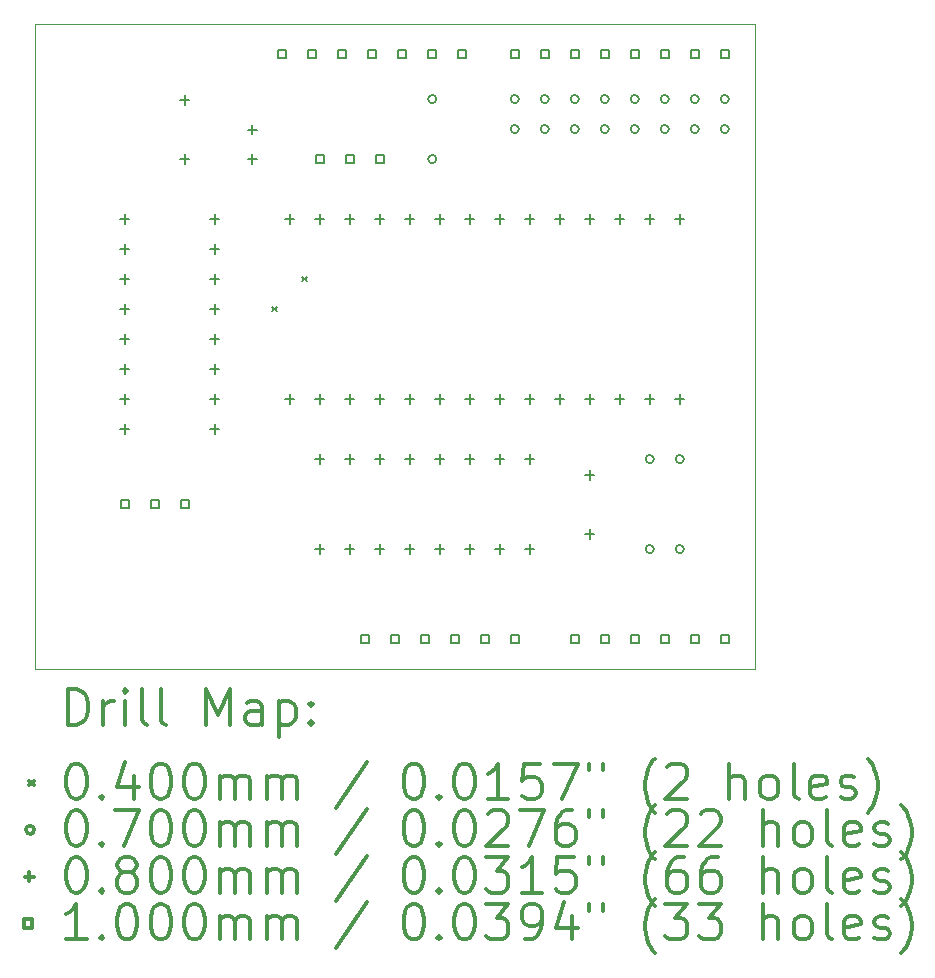
<source format=gbr>
%FSLAX45Y45*%
G04 Gerber Fmt 4.5, Leading zero omitted, Abs format (unit mm)*
G04 Created by KiCad (PCBNEW (5.1.12)-1) date 2022-05-14 07:58:42*
%MOMM*%
%LPD*%
G01*
G04 APERTURE LIST*
%TA.AperFunction,Profile*%
%ADD10C,0.100000*%
%TD*%
%ADD11C,0.200000*%
%ADD12C,0.300000*%
G04 APERTURE END LIST*
D10*
X14732000Y-6858000D02*
X14732000Y-12319000D01*
X8636000Y-6858000D02*
X14732000Y-6858000D01*
X8636000Y-12319000D02*
X8636000Y-6858000D01*
X14732000Y-12319000D02*
X8636000Y-12319000D01*
D11*
X10648000Y-9251000D02*
X10688000Y-9291000D01*
X10688000Y-9251000D02*
X10648000Y-9291000D01*
X10902000Y-8997000D02*
X10942000Y-9037000D01*
X10942000Y-8997000D02*
X10902000Y-9037000D01*
X12036500Y-7493000D02*
G75*
G03*
X12036500Y-7493000I-35000J0D01*
G01*
X12036500Y-8001000D02*
G75*
G03*
X12036500Y-8001000I-35000J0D01*
G01*
X12735000Y-7493000D02*
G75*
G03*
X12735000Y-7493000I-35000J0D01*
G01*
X12735000Y-7747000D02*
G75*
G03*
X12735000Y-7747000I-35000J0D01*
G01*
X12989000Y-7493000D02*
G75*
G03*
X12989000Y-7493000I-35000J0D01*
G01*
X12989000Y-7747000D02*
G75*
G03*
X12989000Y-7747000I-35000J0D01*
G01*
X13243000Y-7493000D02*
G75*
G03*
X13243000Y-7493000I-35000J0D01*
G01*
X13243000Y-7747000D02*
G75*
G03*
X13243000Y-7747000I-35000J0D01*
G01*
X13497000Y-7493000D02*
G75*
G03*
X13497000Y-7493000I-35000J0D01*
G01*
X13497000Y-7747000D02*
G75*
G03*
X13497000Y-7747000I-35000J0D01*
G01*
X13751000Y-7493000D02*
G75*
G03*
X13751000Y-7493000I-35000J0D01*
G01*
X13751000Y-7747000D02*
G75*
G03*
X13751000Y-7747000I-35000J0D01*
G01*
X13878000Y-10541000D02*
G75*
G03*
X13878000Y-10541000I-35000J0D01*
G01*
X13878000Y-11303000D02*
G75*
G03*
X13878000Y-11303000I-35000J0D01*
G01*
X14005000Y-7493000D02*
G75*
G03*
X14005000Y-7493000I-35000J0D01*
G01*
X14005000Y-7747000D02*
G75*
G03*
X14005000Y-7747000I-35000J0D01*
G01*
X14132000Y-10541000D02*
G75*
G03*
X14132000Y-10541000I-35000J0D01*
G01*
X14132000Y-11303000D02*
G75*
G03*
X14132000Y-11303000I-35000J0D01*
G01*
X14259000Y-7493000D02*
G75*
G03*
X14259000Y-7493000I-35000J0D01*
G01*
X14259000Y-7747000D02*
G75*
G03*
X14259000Y-7747000I-35000J0D01*
G01*
X14513000Y-7493000D02*
G75*
G03*
X14513000Y-7493000I-35000J0D01*
G01*
X14513000Y-7747000D02*
G75*
G03*
X14513000Y-7747000I-35000J0D01*
G01*
X9398000Y-8469000D02*
X9398000Y-8549000D01*
X9358000Y-8509000D02*
X9438000Y-8509000D01*
X9398000Y-8723000D02*
X9398000Y-8803000D01*
X9358000Y-8763000D02*
X9438000Y-8763000D01*
X9398000Y-8977000D02*
X9398000Y-9057000D01*
X9358000Y-9017000D02*
X9438000Y-9017000D01*
X9398000Y-9231000D02*
X9398000Y-9311000D01*
X9358000Y-9271000D02*
X9438000Y-9271000D01*
X9398000Y-9485000D02*
X9398000Y-9565000D01*
X9358000Y-9525000D02*
X9438000Y-9525000D01*
X9398000Y-9739000D02*
X9398000Y-9819000D01*
X9358000Y-9779000D02*
X9438000Y-9779000D01*
X9398000Y-9993000D02*
X9398000Y-10073000D01*
X9358000Y-10033000D02*
X9438000Y-10033000D01*
X9398000Y-10247000D02*
X9398000Y-10327000D01*
X9358000Y-10287000D02*
X9438000Y-10287000D01*
X9906000Y-7461000D02*
X9906000Y-7541000D01*
X9866000Y-7501000D02*
X9946000Y-7501000D01*
X9906000Y-7961000D02*
X9906000Y-8041000D01*
X9866000Y-8001000D02*
X9946000Y-8001000D01*
X10160000Y-8469000D02*
X10160000Y-8549000D01*
X10120000Y-8509000D02*
X10200000Y-8509000D01*
X10160000Y-8723000D02*
X10160000Y-8803000D01*
X10120000Y-8763000D02*
X10200000Y-8763000D01*
X10160000Y-8977000D02*
X10160000Y-9057000D01*
X10120000Y-9017000D02*
X10200000Y-9017000D01*
X10160000Y-9231000D02*
X10160000Y-9311000D01*
X10120000Y-9271000D02*
X10200000Y-9271000D01*
X10160000Y-9485000D02*
X10160000Y-9565000D01*
X10120000Y-9525000D02*
X10200000Y-9525000D01*
X10160000Y-9739000D02*
X10160000Y-9819000D01*
X10120000Y-9779000D02*
X10200000Y-9779000D01*
X10160000Y-9993000D02*
X10160000Y-10073000D01*
X10120000Y-10033000D02*
X10200000Y-10033000D01*
X10160000Y-10247000D02*
X10160000Y-10327000D01*
X10120000Y-10287000D02*
X10200000Y-10287000D01*
X10477500Y-7711000D02*
X10477500Y-7791000D01*
X10437500Y-7751000D02*
X10517500Y-7751000D01*
X10477500Y-7961000D02*
X10477500Y-8041000D01*
X10437500Y-8001000D02*
X10517500Y-8001000D01*
X10795000Y-8469000D02*
X10795000Y-8549000D01*
X10755000Y-8509000D02*
X10835000Y-8509000D01*
X10795000Y-9993000D02*
X10795000Y-10073000D01*
X10755000Y-10033000D02*
X10835000Y-10033000D01*
X11049000Y-8469000D02*
X11049000Y-8549000D01*
X11009000Y-8509000D02*
X11089000Y-8509000D01*
X11049000Y-9993000D02*
X11049000Y-10073000D01*
X11009000Y-10033000D02*
X11089000Y-10033000D01*
X11049000Y-10501000D02*
X11049000Y-10581000D01*
X11009000Y-10541000D02*
X11089000Y-10541000D01*
X11049000Y-11263000D02*
X11049000Y-11343000D01*
X11009000Y-11303000D02*
X11089000Y-11303000D01*
X11303000Y-8469000D02*
X11303000Y-8549000D01*
X11263000Y-8509000D02*
X11343000Y-8509000D01*
X11303000Y-9993000D02*
X11303000Y-10073000D01*
X11263000Y-10033000D02*
X11343000Y-10033000D01*
X11303000Y-10501000D02*
X11303000Y-10581000D01*
X11263000Y-10541000D02*
X11343000Y-10541000D01*
X11303000Y-11263000D02*
X11303000Y-11343000D01*
X11263000Y-11303000D02*
X11343000Y-11303000D01*
X11557000Y-8469000D02*
X11557000Y-8549000D01*
X11517000Y-8509000D02*
X11597000Y-8509000D01*
X11557000Y-9993000D02*
X11557000Y-10073000D01*
X11517000Y-10033000D02*
X11597000Y-10033000D01*
X11557000Y-10501000D02*
X11557000Y-10581000D01*
X11517000Y-10541000D02*
X11597000Y-10541000D01*
X11557000Y-11263000D02*
X11557000Y-11343000D01*
X11517000Y-11303000D02*
X11597000Y-11303000D01*
X11811000Y-8469000D02*
X11811000Y-8549000D01*
X11771000Y-8509000D02*
X11851000Y-8509000D01*
X11811000Y-9993000D02*
X11811000Y-10073000D01*
X11771000Y-10033000D02*
X11851000Y-10033000D01*
X11811000Y-10501000D02*
X11811000Y-10581000D01*
X11771000Y-10541000D02*
X11851000Y-10541000D01*
X11811000Y-11263000D02*
X11811000Y-11343000D01*
X11771000Y-11303000D02*
X11851000Y-11303000D01*
X12065000Y-8469000D02*
X12065000Y-8549000D01*
X12025000Y-8509000D02*
X12105000Y-8509000D01*
X12065000Y-9993000D02*
X12065000Y-10073000D01*
X12025000Y-10033000D02*
X12105000Y-10033000D01*
X12065000Y-10501000D02*
X12065000Y-10581000D01*
X12025000Y-10541000D02*
X12105000Y-10541000D01*
X12065000Y-11263000D02*
X12065000Y-11343000D01*
X12025000Y-11303000D02*
X12105000Y-11303000D01*
X12319000Y-8469000D02*
X12319000Y-8549000D01*
X12279000Y-8509000D02*
X12359000Y-8509000D01*
X12319000Y-9993000D02*
X12319000Y-10073000D01*
X12279000Y-10033000D02*
X12359000Y-10033000D01*
X12319000Y-10501000D02*
X12319000Y-10581000D01*
X12279000Y-10541000D02*
X12359000Y-10541000D01*
X12319000Y-11263000D02*
X12319000Y-11343000D01*
X12279000Y-11303000D02*
X12359000Y-11303000D01*
X12573000Y-8469000D02*
X12573000Y-8549000D01*
X12533000Y-8509000D02*
X12613000Y-8509000D01*
X12573000Y-9993000D02*
X12573000Y-10073000D01*
X12533000Y-10033000D02*
X12613000Y-10033000D01*
X12573000Y-10501000D02*
X12573000Y-10581000D01*
X12533000Y-10541000D02*
X12613000Y-10541000D01*
X12573000Y-11263000D02*
X12573000Y-11343000D01*
X12533000Y-11303000D02*
X12613000Y-11303000D01*
X12827000Y-8469000D02*
X12827000Y-8549000D01*
X12787000Y-8509000D02*
X12867000Y-8509000D01*
X12827000Y-9993000D02*
X12827000Y-10073000D01*
X12787000Y-10033000D02*
X12867000Y-10033000D01*
X12827000Y-10501000D02*
X12827000Y-10581000D01*
X12787000Y-10541000D02*
X12867000Y-10541000D01*
X12827000Y-11263000D02*
X12827000Y-11343000D01*
X12787000Y-11303000D02*
X12867000Y-11303000D01*
X13081000Y-8469000D02*
X13081000Y-8549000D01*
X13041000Y-8509000D02*
X13121000Y-8509000D01*
X13081000Y-9993000D02*
X13081000Y-10073000D01*
X13041000Y-10033000D02*
X13121000Y-10033000D01*
X13335000Y-8469000D02*
X13335000Y-8549000D01*
X13295000Y-8509000D02*
X13375000Y-8509000D01*
X13335000Y-9993000D02*
X13335000Y-10073000D01*
X13295000Y-10033000D02*
X13375000Y-10033000D01*
X13335000Y-10636000D02*
X13335000Y-10716000D01*
X13295000Y-10676000D02*
X13375000Y-10676000D01*
X13335000Y-11136000D02*
X13335000Y-11216000D01*
X13295000Y-11176000D02*
X13375000Y-11176000D01*
X13589000Y-8469000D02*
X13589000Y-8549000D01*
X13549000Y-8509000D02*
X13629000Y-8509000D01*
X13589000Y-9993000D02*
X13589000Y-10073000D01*
X13549000Y-10033000D02*
X13629000Y-10033000D01*
X13843000Y-8469000D02*
X13843000Y-8549000D01*
X13803000Y-8509000D02*
X13883000Y-8509000D01*
X13843000Y-9993000D02*
X13843000Y-10073000D01*
X13803000Y-10033000D02*
X13883000Y-10033000D01*
X14097000Y-8469000D02*
X14097000Y-8549000D01*
X14057000Y-8509000D02*
X14137000Y-8509000D01*
X14097000Y-9993000D02*
X14097000Y-10073000D01*
X14057000Y-10033000D02*
X14137000Y-10033000D01*
X9433356Y-10957356D02*
X9433356Y-10886644D01*
X9362644Y-10886644D01*
X9362644Y-10957356D01*
X9433356Y-10957356D01*
X9687356Y-10957356D02*
X9687356Y-10886644D01*
X9616644Y-10886644D01*
X9616644Y-10957356D01*
X9687356Y-10957356D01*
X9941356Y-10957356D02*
X9941356Y-10886644D01*
X9870644Y-10886644D01*
X9870644Y-10957356D01*
X9941356Y-10957356D01*
X10766856Y-7147356D02*
X10766856Y-7076644D01*
X10696144Y-7076644D01*
X10696144Y-7147356D01*
X10766856Y-7147356D01*
X11020856Y-7147356D02*
X11020856Y-7076644D01*
X10950144Y-7076644D01*
X10950144Y-7147356D01*
X11020856Y-7147356D01*
X11084356Y-8036356D02*
X11084356Y-7965644D01*
X11013644Y-7965644D01*
X11013644Y-8036356D01*
X11084356Y-8036356D01*
X11274856Y-7147356D02*
X11274856Y-7076644D01*
X11204144Y-7076644D01*
X11204144Y-7147356D01*
X11274856Y-7147356D01*
X11338356Y-8036356D02*
X11338356Y-7965644D01*
X11267644Y-7965644D01*
X11267644Y-8036356D01*
X11338356Y-8036356D01*
X11465356Y-12100356D02*
X11465356Y-12029644D01*
X11394644Y-12029644D01*
X11394644Y-12100356D01*
X11465356Y-12100356D01*
X11528856Y-7147356D02*
X11528856Y-7076644D01*
X11458144Y-7076644D01*
X11458144Y-7147356D01*
X11528856Y-7147356D01*
X11592356Y-8036356D02*
X11592356Y-7965644D01*
X11521644Y-7965644D01*
X11521644Y-8036356D01*
X11592356Y-8036356D01*
X11719356Y-12100356D02*
X11719356Y-12029644D01*
X11648644Y-12029644D01*
X11648644Y-12100356D01*
X11719356Y-12100356D01*
X11782856Y-7147356D02*
X11782856Y-7076644D01*
X11712144Y-7076644D01*
X11712144Y-7147356D01*
X11782856Y-7147356D01*
X11973356Y-12100356D02*
X11973356Y-12029644D01*
X11902644Y-12029644D01*
X11902644Y-12100356D01*
X11973356Y-12100356D01*
X12036856Y-7147356D02*
X12036856Y-7076644D01*
X11966144Y-7076644D01*
X11966144Y-7147356D01*
X12036856Y-7147356D01*
X12227356Y-12100356D02*
X12227356Y-12029644D01*
X12156644Y-12029644D01*
X12156644Y-12100356D01*
X12227356Y-12100356D01*
X12290856Y-7147356D02*
X12290856Y-7076644D01*
X12220144Y-7076644D01*
X12220144Y-7147356D01*
X12290856Y-7147356D01*
X12481356Y-12100356D02*
X12481356Y-12029644D01*
X12410644Y-12029644D01*
X12410644Y-12100356D01*
X12481356Y-12100356D01*
X12735356Y-7147356D02*
X12735356Y-7076644D01*
X12664644Y-7076644D01*
X12664644Y-7147356D01*
X12735356Y-7147356D01*
X12735356Y-12100356D02*
X12735356Y-12029644D01*
X12664644Y-12029644D01*
X12664644Y-12100356D01*
X12735356Y-12100356D01*
X12989356Y-7147356D02*
X12989356Y-7076644D01*
X12918644Y-7076644D01*
X12918644Y-7147356D01*
X12989356Y-7147356D01*
X13243356Y-7147356D02*
X13243356Y-7076644D01*
X13172644Y-7076644D01*
X13172644Y-7147356D01*
X13243356Y-7147356D01*
X13243356Y-12100356D02*
X13243356Y-12029644D01*
X13172644Y-12029644D01*
X13172644Y-12100356D01*
X13243356Y-12100356D01*
X13497356Y-7147356D02*
X13497356Y-7076644D01*
X13426644Y-7076644D01*
X13426644Y-7147356D01*
X13497356Y-7147356D01*
X13497356Y-12100356D02*
X13497356Y-12029644D01*
X13426644Y-12029644D01*
X13426644Y-12100356D01*
X13497356Y-12100356D01*
X13751356Y-7147356D02*
X13751356Y-7076644D01*
X13680644Y-7076644D01*
X13680644Y-7147356D01*
X13751356Y-7147356D01*
X13751356Y-12100356D02*
X13751356Y-12029644D01*
X13680644Y-12029644D01*
X13680644Y-12100356D01*
X13751356Y-12100356D01*
X14005356Y-7147356D02*
X14005356Y-7076644D01*
X13934644Y-7076644D01*
X13934644Y-7147356D01*
X14005356Y-7147356D01*
X14005356Y-12100356D02*
X14005356Y-12029644D01*
X13934644Y-12029644D01*
X13934644Y-12100356D01*
X14005356Y-12100356D01*
X14259356Y-7147356D02*
X14259356Y-7076644D01*
X14188644Y-7076644D01*
X14188644Y-7147356D01*
X14259356Y-7147356D01*
X14259356Y-12100356D02*
X14259356Y-12029644D01*
X14188644Y-12029644D01*
X14188644Y-12100356D01*
X14259356Y-12100356D01*
X14513356Y-7147356D02*
X14513356Y-7076644D01*
X14442644Y-7076644D01*
X14442644Y-7147356D01*
X14513356Y-7147356D01*
X14513356Y-12100356D02*
X14513356Y-12029644D01*
X14442644Y-12029644D01*
X14442644Y-12100356D01*
X14513356Y-12100356D01*
D12*
X8917428Y-12789714D02*
X8917428Y-12489714D01*
X8988857Y-12489714D01*
X9031714Y-12504000D01*
X9060286Y-12532571D01*
X9074571Y-12561143D01*
X9088857Y-12618286D01*
X9088857Y-12661143D01*
X9074571Y-12718286D01*
X9060286Y-12746857D01*
X9031714Y-12775429D01*
X8988857Y-12789714D01*
X8917428Y-12789714D01*
X9217428Y-12789714D02*
X9217428Y-12589714D01*
X9217428Y-12646857D02*
X9231714Y-12618286D01*
X9246000Y-12604000D01*
X9274571Y-12589714D01*
X9303143Y-12589714D01*
X9403143Y-12789714D02*
X9403143Y-12589714D01*
X9403143Y-12489714D02*
X9388857Y-12504000D01*
X9403143Y-12518286D01*
X9417428Y-12504000D01*
X9403143Y-12489714D01*
X9403143Y-12518286D01*
X9588857Y-12789714D02*
X9560286Y-12775429D01*
X9546000Y-12746857D01*
X9546000Y-12489714D01*
X9746000Y-12789714D02*
X9717428Y-12775429D01*
X9703143Y-12746857D01*
X9703143Y-12489714D01*
X10088857Y-12789714D02*
X10088857Y-12489714D01*
X10188857Y-12704000D01*
X10288857Y-12489714D01*
X10288857Y-12789714D01*
X10560286Y-12789714D02*
X10560286Y-12632571D01*
X10546000Y-12604000D01*
X10517428Y-12589714D01*
X10460286Y-12589714D01*
X10431714Y-12604000D01*
X10560286Y-12775429D02*
X10531714Y-12789714D01*
X10460286Y-12789714D01*
X10431714Y-12775429D01*
X10417428Y-12746857D01*
X10417428Y-12718286D01*
X10431714Y-12689714D01*
X10460286Y-12675429D01*
X10531714Y-12675429D01*
X10560286Y-12661143D01*
X10703143Y-12589714D02*
X10703143Y-12889714D01*
X10703143Y-12604000D02*
X10731714Y-12589714D01*
X10788857Y-12589714D01*
X10817428Y-12604000D01*
X10831714Y-12618286D01*
X10846000Y-12646857D01*
X10846000Y-12732571D01*
X10831714Y-12761143D01*
X10817428Y-12775429D01*
X10788857Y-12789714D01*
X10731714Y-12789714D01*
X10703143Y-12775429D01*
X10974571Y-12761143D02*
X10988857Y-12775429D01*
X10974571Y-12789714D01*
X10960286Y-12775429D01*
X10974571Y-12761143D01*
X10974571Y-12789714D01*
X10974571Y-12604000D02*
X10988857Y-12618286D01*
X10974571Y-12632571D01*
X10960286Y-12618286D01*
X10974571Y-12604000D01*
X10974571Y-12632571D01*
X8591000Y-13264000D02*
X8631000Y-13304000D01*
X8631000Y-13264000D02*
X8591000Y-13304000D01*
X8974571Y-13119714D02*
X9003143Y-13119714D01*
X9031714Y-13134000D01*
X9046000Y-13148286D01*
X9060286Y-13176857D01*
X9074571Y-13234000D01*
X9074571Y-13305429D01*
X9060286Y-13362571D01*
X9046000Y-13391143D01*
X9031714Y-13405429D01*
X9003143Y-13419714D01*
X8974571Y-13419714D01*
X8946000Y-13405429D01*
X8931714Y-13391143D01*
X8917428Y-13362571D01*
X8903143Y-13305429D01*
X8903143Y-13234000D01*
X8917428Y-13176857D01*
X8931714Y-13148286D01*
X8946000Y-13134000D01*
X8974571Y-13119714D01*
X9203143Y-13391143D02*
X9217428Y-13405429D01*
X9203143Y-13419714D01*
X9188857Y-13405429D01*
X9203143Y-13391143D01*
X9203143Y-13419714D01*
X9474571Y-13219714D02*
X9474571Y-13419714D01*
X9403143Y-13105429D02*
X9331714Y-13319714D01*
X9517428Y-13319714D01*
X9688857Y-13119714D02*
X9717428Y-13119714D01*
X9746000Y-13134000D01*
X9760286Y-13148286D01*
X9774571Y-13176857D01*
X9788857Y-13234000D01*
X9788857Y-13305429D01*
X9774571Y-13362571D01*
X9760286Y-13391143D01*
X9746000Y-13405429D01*
X9717428Y-13419714D01*
X9688857Y-13419714D01*
X9660286Y-13405429D01*
X9646000Y-13391143D01*
X9631714Y-13362571D01*
X9617428Y-13305429D01*
X9617428Y-13234000D01*
X9631714Y-13176857D01*
X9646000Y-13148286D01*
X9660286Y-13134000D01*
X9688857Y-13119714D01*
X9974571Y-13119714D02*
X10003143Y-13119714D01*
X10031714Y-13134000D01*
X10046000Y-13148286D01*
X10060286Y-13176857D01*
X10074571Y-13234000D01*
X10074571Y-13305429D01*
X10060286Y-13362571D01*
X10046000Y-13391143D01*
X10031714Y-13405429D01*
X10003143Y-13419714D01*
X9974571Y-13419714D01*
X9946000Y-13405429D01*
X9931714Y-13391143D01*
X9917428Y-13362571D01*
X9903143Y-13305429D01*
X9903143Y-13234000D01*
X9917428Y-13176857D01*
X9931714Y-13148286D01*
X9946000Y-13134000D01*
X9974571Y-13119714D01*
X10203143Y-13419714D02*
X10203143Y-13219714D01*
X10203143Y-13248286D02*
X10217428Y-13234000D01*
X10246000Y-13219714D01*
X10288857Y-13219714D01*
X10317428Y-13234000D01*
X10331714Y-13262571D01*
X10331714Y-13419714D01*
X10331714Y-13262571D02*
X10346000Y-13234000D01*
X10374571Y-13219714D01*
X10417428Y-13219714D01*
X10446000Y-13234000D01*
X10460286Y-13262571D01*
X10460286Y-13419714D01*
X10603143Y-13419714D02*
X10603143Y-13219714D01*
X10603143Y-13248286D02*
X10617428Y-13234000D01*
X10646000Y-13219714D01*
X10688857Y-13219714D01*
X10717428Y-13234000D01*
X10731714Y-13262571D01*
X10731714Y-13419714D01*
X10731714Y-13262571D02*
X10746000Y-13234000D01*
X10774571Y-13219714D01*
X10817428Y-13219714D01*
X10846000Y-13234000D01*
X10860286Y-13262571D01*
X10860286Y-13419714D01*
X11446000Y-13105429D02*
X11188857Y-13491143D01*
X11831714Y-13119714D02*
X11860286Y-13119714D01*
X11888857Y-13134000D01*
X11903143Y-13148286D01*
X11917428Y-13176857D01*
X11931714Y-13234000D01*
X11931714Y-13305429D01*
X11917428Y-13362571D01*
X11903143Y-13391143D01*
X11888857Y-13405429D01*
X11860286Y-13419714D01*
X11831714Y-13419714D01*
X11803143Y-13405429D01*
X11788857Y-13391143D01*
X11774571Y-13362571D01*
X11760286Y-13305429D01*
X11760286Y-13234000D01*
X11774571Y-13176857D01*
X11788857Y-13148286D01*
X11803143Y-13134000D01*
X11831714Y-13119714D01*
X12060286Y-13391143D02*
X12074571Y-13405429D01*
X12060286Y-13419714D01*
X12046000Y-13405429D01*
X12060286Y-13391143D01*
X12060286Y-13419714D01*
X12260286Y-13119714D02*
X12288857Y-13119714D01*
X12317428Y-13134000D01*
X12331714Y-13148286D01*
X12346000Y-13176857D01*
X12360286Y-13234000D01*
X12360286Y-13305429D01*
X12346000Y-13362571D01*
X12331714Y-13391143D01*
X12317428Y-13405429D01*
X12288857Y-13419714D01*
X12260286Y-13419714D01*
X12231714Y-13405429D01*
X12217428Y-13391143D01*
X12203143Y-13362571D01*
X12188857Y-13305429D01*
X12188857Y-13234000D01*
X12203143Y-13176857D01*
X12217428Y-13148286D01*
X12231714Y-13134000D01*
X12260286Y-13119714D01*
X12646000Y-13419714D02*
X12474571Y-13419714D01*
X12560286Y-13419714D02*
X12560286Y-13119714D01*
X12531714Y-13162571D01*
X12503143Y-13191143D01*
X12474571Y-13205429D01*
X12917428Y-13119714D02*
X12774571Y-13119714D01*
X12760286Y-13262571D01*
X12774571Y-13248286D01*
X12803143Y-13234000D01*
X12874571Y-13234000D01*
X12903143Y-13248286D01*
X12917428Y-13262571D01*
X12931714Y-13291143D01*
X12931714Y-13362571D01*
X12917428Y-13391143D01*
X12903143Y-13405429D01*
X12874571Y-13419714D01*
X12803143Y-13419714D01*
X12774571Y-13405429D01*
X12760286Y-13391143D01*
X13031714Y-13119714D02*
X13231714Y-13119714D01*
X13103143Y-13419714D01*
X13331714Y-13119714D02*
X13331714Y-13176857D01*
X13446000Y-13119714D02*
X13446000Y-13176857D01*
X13888857Y-13534000D02*
X13874571Y-13519714D01*
X13846000Y-13476857D01*
X13831714Y-13448286D01*
X13817428Y-13405429D01*
X13803143Y-13334000D01*
X13803143Y-13276857D01*
X13817428Y-13205429D01*
X13831714Y-13162571D01*
X13846000Y-13134000D01*
X13874571Y-13091143D01*
X13888857Y-13076857D01*
X13988857Y-13148286D02*
X14003143Y-13134000D01*
X14031714Y-13119714D01*
X14103143Y-13119714D01*
X14131714Y-13134000D01*
X14146000Y-13148286D01*
X14160286Y-13176857D01*
X14160286Y-13205429D01*
X14146000Y-13248286D01*
X13974571Y-13419714D01*
X14160286Y-13419714D01*
X14517428Y-13419714D02*
X14517428Y-13119714D01*
X14646000Y-13419714D02*
X14646000Y-13262571D01*
X14631714Y-13234000D01*
X14603143Y-13219714D01*
X14560286Y-13219714D01*
X14531714Y-13234000D01*
X14517428Y-13248286D01*
X14831714Y-13419714D02*
X14803143Y-13405429D01*
X14788857Y-13391143D01*
X14774571Y-13362571D01*
X14774571Y-13276857D01*
X14788857Y-13248286D01*
X14803143Y-13234000D01*
X14831714Y-13219714D01*
X14874571Y-13219714D01*
X14903143Y-13234000D01*
X14917428Y-13248286D01*
X14931714Y-13276857D01*
X14931714Y-13362571D01*
X14917428Y-13391143D01*
X14903143Y-13405429D01*
X14874571Y-13419714D01*
X14831714Y-13419714D01*
X15103143Y-13419714D02*
X15074571Y-13405429D01*
X15060286Y-13376857D01*
X15060286Y-13119714D01*
X15331714Y-13405429D02*
X15303143Y-13419714D01*
X15246000Y-13419714D01*
X15217428Y-13405429D01*
X15203143Y-13376857D01*
X15203143Y-13262571D01*
X15217428Y-13234000D01*
X15246000Y-13219714D01*
X15303143Y-13219714D01*
X15331714Y-13234000D01*
X15346000Y-13262571D01*
X15346000Y-13291143D01*
X15203143Y-13319714D01*
X15460286Y-13405429D02*
X15488857Y-13419714D01*
X15546000Y-13419714D01*
X15574571Y-13405429D01*
X15588857Y-13376857D01*
X15588857Y-13362571D01*
X15574571Y-13334000D01*
X15546000Y-13319714D01*
X15503143Y-13319714D01*
X15474571Y-13305429D01*
X15460286Y-13276857D01*
X15460286Y-13262571D01*
X15474571Y-13234000D01*
X15503143Y-13219714D01*
X15546000Y-13219714D01*
X15574571Y-13234000D01*
X15688857Y-13534000D02*
X15703143Y-13519714D01*
X15731714Y-13476857D01*
X15746000Y-13448286D01*
X15760286Y-13405429D01*
X15774571Y-13334000D01*
X15774571Y-13276857D01*
X15760286Y-13205429D01*
X15746000Y-13162571D01*
X15731714Y-13134000D01*
X15703143Y-13091143D01*
X15688857Y-13076857D01*
X8631000Y-13680000D02*
G75*
G03*
X8631000Y-13680000I-35000J0D01*
G01*
X8974571Y-13515714D02*
X9003143Y-13515714D01*
X9031714Y-13530000D01*
X9046000Y-13544286D01*
X9060286Y-13572857D01*
X9074571Y-13630000D01*
X9074571Y-13701429D01*
X9060286Y-13758571D01*
X9046000Y-13787143D01*
X9031714Y-13801429D01*
X9003143Y-13815714D01*
X8974571Y-13815714D01*
X8946000Y-13801429D01*
X8931714Y-13787143D01*
X8917428Y-13758571D01*
X8903143Y-13701429D01*
X8903143Y-13630000D01*
X8917428Y-13572857D01*
X8931714Y-13544286D01*
X8946000Y-13530000D01*
X8974571Y-13515714D01*
X9203143Y-13787143D02*
X9217428Y-13801429D01*
X9203143Y-13815714D01*
X9188857Y-13801429D01*
X9203143Y-13787143D01*
X9203143Y-13815714D01*
X9317428Y-13515714D02*
X9517428Y-13515714D01*
X9388857Y-13815714D01*
X9688857Y-13515714D02*
X9717428Y-13515714D01*
X9746000Y-13530000D01*
X9760286Y-13544286D01*
X9774571Y-13572857D01*
X9788857Y-13630000D01*
X9788857Y-13701429D01*
X9774571Y-13758571D01*
X9760286Y-13787143D01*
X9746000Y-13801429D01*
X9717428Y-13815714D01*
X9688857Y-13815714D01*
X9660286Y-13801429D01*
X9646000Y-13787143D01*
X9631714Y-13758571D01*
X9617428Y-13701429D01*
X9617428Y-13630000D01*
X9631714Y-13572857D01*
X9646000Y-13544286D01*
X9660286Y-13530000D01*
X9688857Y-13515714D01*
X9974571Y-13515714D02*
X10003143Y-13515714D01*
X10031714Y-13530000D01*
X10046000Y-13544286D01*
X10060286Y-13572857D01*
X10074571Y-13630000D01*
X10074571Y-13701429D01*
X10060286Y-13758571D01*
X10046000Y-13787143D01*
X10031714Y-13801429D01*
X10003143Y-13815714D01*
X9974571Y-13815714D01*
X9946000Y-13801429D01*
X9931714Y-13787143D01*
X9917428Y-13758571D01*
X9903143Y-13701429D01*
X9903143Y-13630000D01*
X9917428Y-13572857D01*
X9931714Y-13544286D01*
X9946000Y-13530000D01*
X9974571Y-13515714D01*
X10203143Y-13815714D02*
X10203143Y-13615714D01*
X10203143Y-13644286D02*
X10217428Y-13630000D01*
X10246000Y-13615714D01*
X10288857Y-13615714D01*
X10317428Y-13630000D01*
X10331714Y-13658571D01*
X10331714Y-13815714D01*
X10331714Y-13658571D02*
X10346000Y-13630000D01*
X10374571Y-13615714D01*
X10417428Y-13615714D01*
X10446000Y-13630000D01*
X10460286Y-13658571D01*
X10460286Y-13815714D01*
X10603143Y-13815714D02*
X10603143Y-13615714D01*
X10603143Y-13644286D02*
X10617428Y-13630000D01*
X10646000Y-13615714D01*
X10688857Y-13615714D01*
X10717428Y-13630000D01*
X10731714Y-13658571D01*
X10731714Y-13815714D01*
X10731714Y-13658571D02*
X10746000Y-13630000D01*
X10774571Y-13615714D01*
X10817428Y-13615714D01*
X10846000Y-13630000D01*
X10860286Y-13658571D01*
X10860286Y-13815714D01*
X11446000Y-13501429D02*
X11188857Y-13887143D01*
X11831714Y-13515714D02*
X11860286Y-13515714D01*
X11888857Y-13530000D01*
X11903143Y-13544286D01*
X11917428Y-13572857D01*
X11931714Y-13630000D01*
X11931714Y-13701429D01*
X11917428Y-13758571D01*
X11903143Y-13787143D01*
X11888857Y-13801429D01*
X11860286Y-13815714D01*
X11831714Y-13815714D01*
X11803143Y-13801429D01*
X11788857Y-13787143D01*
X11774571Y-13758571D01*
X11760286Y-13701429D01*
X11760286Y-13630000D01*
X11774571Y-13572857D01*
X11788857Y-13544286D01*
X11803143Y-13530000D01*
X11831714Y-13515714D01*
X12060286Y-13787143D02*
X12074571Y-13801429D01*
X12060286Y-13815714D01*
X12046000Y-13801429D01*
X12060286Y-13787143D01*
X12060286Y-13815714D01*
X12260286Y-13515714D02*
X12288857Y-13515714D01*
X12317428Y-13530000D01*
X12331714Y-13544286D01*
X12346000Y-13572857D01*
X12360286Y-13630000D01*
X12360286Y-13701429D01*
X12346000Y-13758571D01*
X12331714Y-13787143D01*
X12317428Y-13801429D01*
X12288857Y-13815714D01*
X12260286Y-13815714D01*
X12231714Y-13801429D01*
X12217428Y-13787143D01*
X12203143Y-13758571D01*
X12188857Y-13701429D01*
X12188857Y-13630000D01*
X12203143Y-13572857D01*
X12217428Y-13544286D01*
X12231714Y-13530000D01*
X12260286Y-13515714D01*
X12474571Y-13544286D02*
X12488857Y-13530000D01*
X12517428Y-13515714D01*
X12588857Y-13515714D01*
X12617428Y-13530000D01*
X12631714Y-13544286D01*
X12646000Y-13572857D01*
X12646000Y-13601429D01*
X12631714Y-13644286D01*
X12460286Y-13815714D01*
X12646000Y-13815714D01*
X12746000Y-13515714D02*
X12946000Y-13515714D01*
X12817428Y-13815714D01*
X13188857Y-13515714D02*
X13131714Y-13515714D01*
X13103143Y-13530000D01*
X13088857Y-13544286D01*
X13060286Y-13587143D01*
X13046000Y-13644286D01*
X13046000Y-13758571D01*
X13060286Y-13787143D01*
X13074571Y-13801429D01*
X13103143Y-13815714D01*
X13160286Y-13815714D01*
X13188857Y-13801429D01*
X13203143Y-13787143D01*
X13217428Y-13758571D01*
X13217428Y-13687143D01*
X13203143Y-13658571D01*
X13188857Y-13644286D01*
X13160286Y-13630000D01*
X13103143Y-13630000D01*
X13074571Y-13644286D01*
X13060286Y-13658571D01*
X13046000Y-13687143D01*
X13331714Y-13515714D02*
X13331714Y-13572857D01*
X13446000Y-13515714D02*
X13446000Y-13572857D01*
X13888857Y-13930000D02*
X13874571Y-13915714D01*
X13846000Y-13872857D01*
X13831714Y-13844286D01*
X13817428Y-13801429D01*
X13803143Y-13730000D01*
X13803143Y-13672857D01*
X13817428Y-13601429D01*
X13831714Y-13558571D01*
X13846000Y-13530000D01*
X13874571Y-13487143D01*
X13888857Y-13472857D01*
X13988857Y-13544286D02*
X14003143Y-13530000D01*
X14031714Y-13515714D01*
X14103143Y-13515714D01*
X14131714Y-13530000D01*
X14146000Y-13544286D01*
X14160286Y-13572857D01*
X14160286Y-13601429D01*
X14146000Y-13644286D01*
X13974571Y-13815714D01*
X14160286Y-13815714D01*
X14274571Y-13544286D02*
X14288857Y-13530000D01*
X14317428Y-13515714D01*
X14388857Y-13515714D01*
X14417428Y-13530000D01*
X14431714Y-13544286D01*
X14446000Y-13572857D01*
X14446000Y-13601429D01*
X14431714Y-13644286D01*
X14260286Y-13815714D01*
X14446000Y-13815714D01*
X14803143Y-13815714D02*
X14803143Y-13515714D01*
X14931714Y-13815714D02*
X14931714Y-13658571D01*
X14917428Y-13630000D01*
X14888857Y-13615714D01*
X14846000Y-13615714D01*
X14817428Y-13630000D01*
X14803143Y-13644286D01*
X15117428Y-13815714D02*
X15088857Y-13801429D01*
X15074571Y-13787143D01*
X15060286Y-13758571D01*
X15060286Y-13672857D01*
X15074571Y-13644286D01*
X15088857Y-13630000D01*
X15117428Y-13615714D01*
X15160286Y-13615714D01*
X15188857Y-13630000D01*
X15203143Y-13644286D01*
X15217428Y-13672857D01*
X15217428Y-13758571D01*
X15203143Y-13787143D01*
X15188857Y-13801429D01*
X15160286Y-13815714D01*
X15117428Y-13815714D01*
X15388857Y-13815714D02*
X15360286Y-13801429D01*
X15346000Y-13772857D01*
X15346000Y-13515714D01*
X15617428Y-13801429D02*
X15588857Y-13815714D01*
X15531714Y-13815714D01*
X15503143Y-13801429D01*
X15488857Y-13772857D01*
X15488857Y-13658571D01*
X15503143Y-13630000D01*
X15531714Y-13615714D01*
X15588857Y-13615714D01*
X15617428Y-13630000D01*
X15631714Y-13658571D01*
X15631714Y-13687143D01*
X15488857Y-13715714D01*
X15746000Y-13801429D02*
X15774571Y-13815714D01*
X15831714Y-13815714D01*
X15860286Y-13801429D01*
X15874571Y-13772857D01*
X15874571Y-13758571D01*
X15860286Y-13730000D01*
X15831714Y-13715714D01*
X15788857Y-13715714D01*
X15760286Y-13701429D01*
X15746000Y-13672857D01*
X15746000Y-13658571D01*
X15760286Y-13630000D01*
X15788857Y-13615714D01*
X15831714Y-13615714D01*
X15860286Y-13630000D01*
X15974571Y-13930000D02*
X15988857Y-13915714D01*
X16017428Y-13872857D01*
X16031714Y-13844286D01*
X16046000Y-13801429D01*
X16060286Y-13730000D01*
X16060286Y-13672857D01*
X16046000Y-13601429D01*
X16031714Y-13558571D01*
X16017428Y-13530000D01*
X15988857Y-13487143D01*
X15974571Y-13472857D01*
X8591000Y-14036000D02*
X8591000Y-14116000D01*
X8551000Y-14076000D02*
X8631000Y-14076000D01*
X8974571Y-13911714D02*
X9003143Y-13911714D01*
X9031714Y-13926000D01*
X9046000Y-13940286D01*
X9060286Y-13968857D01*
X9074571Y-14026000D01*
X9074571Y-14097429D01*
X9060286Y-14154571D01*
X9046000Y-14183143D01*
X9031714Y-14197429D01*
X9003143Y-14211714D01*
X8974571Y-14211714D01*
X8946000Y-14197429D01*
X8931714Y-14183143D01*
X8917428Y-14154571D01*
X8903143Y-14097429D01*
X8903143Y-14026000D01*
X8917428Y-13968857D01*
X8931714Y-13940286D01*
X8946000Y-13926000D01*
X8974571Y-13911714D01*
X9203143Y-14183143D02*
X9217428Y-14197429D01*
X9203143Y-14211714D01*
X9188857Y-14197429D01*
X9203143Y-14183143D01*
X9203143Y-14211714D01*
X9388857Y-14040286D02*
X9360286Y-14026000D01*
X9346000Y-14011714D01*
X9331714Y-13983143D01*
X9331714Y-13968857D01*
X9346000Y-13940286D01*
X9360286Y-13926000D01*
X9388857Y-13911714D01*
X9446000Y-13911714D01*
X9474571Y-13926000D01*
X9488857Y-13940286D01*
X9503143Y-13968857D01*
X9503143Y-13983143D01*
X9488857Y-14011714D01*
X9474571Y-14026000D01*
X9446000Y-14040286D01*
X9388857Y-14040286D01*
X9360286Y-14054571D01*
X9346000Y-14068857D01*
X9331714Y-14097429D01*
X9331714Y-14154571D01*
X9346000Y-14183143D01*
X9360286Y-14197429D01*
X9388857Y-14211714D01*
X9446000Y-14211714D01*
X9474571Y-14197429D01*
X9488857Y-14183143D01*
X9503143Y-14154571D01*
X9503143Y-14097429D01*
X9488857Y-14068857D01*
X9474571Y-14054571D01*
X9446000Y-14040286D01*
X9688857Y-13911714D02*
X9717428Y-13911714D01*
X9746000Y-13926000D01*
X9760286Y-13940286D01*
X9774571Y-13968857D01*
X9788857Y-14026000D01*
X9788857Y-14097429D01*
X9774571Y-14154571D01*
X9760286Y-14183143D01*
X9746000Y-14197429D01*
X9717428Y-14211714D01*
X9688857Y-14211714D01*
X9660286Y-14197429D01*
X9646000Y-14183143D01*
X9631714Y-14154571D01*
X9617428Y-14097429D01*
X9617428Y-14026000D01*
X9631714Y-13968857D01*
X9646000Y-13940286D01*
X9660286Y-13926000D01*
X9688857Y-13911714D01*
X9974571Y-13911714D02*
X10003143Y-13911714D01*
X10031714Y-13926000D01*
X10046000Y-13940286D01*
X10060286Y-13968857D01*
X10074571Y-14026000D01*
X10074571Y-14097429D01*
X10060286Y-14154571D01*
X10046000Y-14183143D01*
X10031714Y-14197429D01*
X10003143Y-14211714D01*
X9974571Y-14211714D01*
X9946000Y-14197429D01*
X9931714Y-14183143D01*
X9917428Y-14154571D01*
X9903143Y-14097429D01*
X9903143Y-14026000D01*
X9917428Y-13968857D01*
X9931714Y-13940286D01*
X9946000Y-13926000D01*
X9974571Y-13911714D01*
X10203143Y-14211714D02*
X10203143Y-14011714D01*
X10203143Y-14040286D02*
X10217428Y-14026000D01*
X10246000Y-14011714D01*
X10288857Y-14011714D01*
X10317428Y-14026000D01*
X10331714Y-14054571D01*
X10331714Y-14211714D01*
X10331714Y-14054571D02*
X10346000Y-14026000D01*
X10374571Y-14011714D01*
X10417428Y-14011714D01*
X10446000Y-14026000D01*
X10460286Y-14054571D01*
X10460286Y-14211714D01*
X10603143Y-14211714D02*
X10603143Y-14011714D01*
X10603143Y-14040286D02*
X10617428Y-14026000D01*
X10646000Y-14011714D01*
X10688857Y-14011714D01*
X10717428Y-14026000D01*
X10731714Y-14054571D01*
X10731714Y-14211714D01*
X10731714Y-14054571D02*
X10746000Y-14026000D01*
X10774571Y-14011714D01*
X10817428Y-14011714D01*
X10846000Y-14026000D01*
X10860286Y-14054571D01*
X10860286Y-14211714D01*
X11446000Y-13897429D02*
X11188857Y-14283143D01*
X11831714Y-13911714D02*
X11860286Y-13911714D01*
X11888857Y-13926000D01*
X11903143Y-13940286D01*
X11917428Y-13968857D01*
X11931714Y-14026000D01*
X11931714Y-14097429D01*
X11917428Y-14154571D01*
X11903143Y-14183143D01*
X11888857Y-14197429D01*
X11860286Y-14211714D01*
X11831714Y-14211714D01*
X11803143Y-14197429D01*
X11788857Y-14183143D01*
X11774571Y-14154571D01*
X11760286Y-14097429D01*
X11760286Y-14026000D01*
X11774571Y-13968857D01*
X11788857Y-13940286D01*
X11803143Y-13926000D01*
X11831714Y-13911714D01*
X12060286Y-14183143D02*
X12074571Y-14197429D01*
X12060286Y-14211714D01*
X12046000Y-14197429D01*
X12060286Y-14183143D01*
X12060286Y-14211714D01*
X12260286Y-13911714D02*
X12288857Y-13911714D01*
X12317428Y-13926000D01*
X12331714Y-13940286D01*
X12346000Y-13968857D01*
X12360286Y-14026000D01*
X12360286Y-14097429D01*
X12346000Y-14154571D01*
X12331714Y-14183143D01*
X12317428Y-14197429D01*
X12288857Y-14211714D01*
X12260286Y-14211714D01*
X12231714Y-14197429D01*
X12217428Y-14183143D01*
X12203143Y-14154571D01*
X12188857Y-14097429D01*
X12188857Y-14026000D01*
X12203143Y-13968857D01*
X12217428Y-13940286D01*
X12231714Y-13926000D01*
X12260286Y-13911714D01*
X12460286Y-13911714D02*
X12646000Y-13911714D01*
X12546000Y-14026000D01*
X12588857Y-14026000D01*
X12617428Y-14040286D01*
X12631714Y-14054571D01*
X12646000Y-14083143D01*
X12646000Y-14154571D01*
X12631714Y-14183143D01*
X12617428Y-14197429D01*
X12588857Y-14211714D01*
X12503143Y-14211714D01*
X12474571Y-14197429D01*
X12460286Y-14183143D01*
X12931714Y-14211714D02*
X12760286Y-14211714D01*
X12846000Y-14211714D02*
X12846000Y-13911714D01*
X12817428Y-13954571D01*
X12788857Y-13983143D01*
X12760286Y-13997429D01*
X13203143Y-13911714D02*
X13060286Y-13911714D01*
X13046000Y-14054571D01*
X13060286Y-14040286D01*
X13088857Y-14026000D01*
X13160286Y-14026000D01*
X13188857Y-14040286D01*
X13203143Y-14054571D01*
X13217428Y-14083143D01*
X13217428Y-14154571D01*
X13203143Y-14183143D01*
X13188857Y-14197429D01*
X13160286Y-14211714D01*
X13088857Y-14211714D01*
X13060286Y-14197429D01*
X13046000Y-14183143D01*
X13331714Y-13911714D02*
X13331714Y-13968857D01*
X13446000Y-13911714D02*
X13446000Y-13968857D01*
X13888857Y-14326000D02*
X13874571Y-14311714D01*
X13846000Y-14268857D01*
X13831714Y-14240286D01*
X13817428Y-14197429D01*
X13803143Y-14126000D01*
X13803143Y-14068857D01*
X13817428Y-13997429D01*
X13831714Y-13954571D01*
X13846000Y-13926000D01*
X13874571Y-13883143D01*
X13888857Y-13868857D01*
X14131714Y-13911714D02*
X14074571Y-13911714D01*
X14046000Y-13926000D01*
X14031714Y-13940286D01*
X14003143Y-13983143D01*
X13988857Y-14040286D01*
X13988857Y-14154571D01*
X14003143Y-14183143D01*
X14017428Y-14197429D01*
X14046000Y-14211714D01*
X14103143Y-14211714D01*
X14131714Y-14197429D01*
X14146000Y-14183143D01*
X14160286Y-14154571D01*
X14160286Y-14083143D01*
X14146000Y-14054571D01*
X14131714Y-14040286D01*
X14103143Y-14026000D01*
X14046000Y-14026000D01*
X14017428Y-14040286D01*
X14003143Y-14054571D01*
X13988857Y-14083143D01*
X14417428Y-13911714D02*
X14360286Y-13911714D01*
X14331714Y-13926000D01*
X14317428Y-13940286D01*
X14288857Y-13983143D01*
X14274571Y-14040286D01*
X14274571Y-14154571D01*
X14288857Y-14183143D01*
X14303143Y-14197429D01*
X14331714Y-14211714D01*
X14388857Y-14211714D01*
X14417428Y-14197429D01*
X14431714Y-14183143D01*
X14446000Y-14154571D01*
X14446000Y-14083143D01*
X14431714Y-14054571D01*
X14417428Y-14040286D01*
X14388857Y-14026000D01*
X14331714Y-14026000D01*
X14303143Y-14040286D01*
X14288857Y-14054571D01*
X14274571Y-14083143D01*
X14803143Y-14211714D02*
X14803143Y-13911714D01*
X14931714Y-14211714D02*
X14931714Y-14054571D01*
X14917428Y-14026000D01*
X14888857Y-14011714D01*
X14846000Y-14011714D01*
X14817428Y-14026000D01*
X14803143Y-14040286D01*
X15117428Y-14211714D02*
X15088857Y-14197429D01*
X15074571Y-14183143D01*
X15060286Y-14154571D01*
X15060286Y-14068857D01*
X15074571Y-14040286D01*
X15088857Y-14026000D01*
X15117428Y-14011714D01*
X15160286Y-14011714D01*
X15188857Y-14026000D01*
X15203143Y-14040286D01*
X15217428Y-14068857D01*
X15217428Y-14154571D01*
X15203143Y-14183143D01*
X15188857Y-14197429D01*
X15160286Y-14211714D01*
X15117428Y-14211714D01*
X15388857Y-14211714D02*
X15360286Y-14197429D01*
X15346000Y-14168857D01*
X15346000Y-13911714D01*
X15617428Y-14197429D02*
X15588857Y-14211714D01*
X15531714Y-14211714D01*
X15503143Y-14197429D01*
X15488857Y-14168857D01*
X15488857Y-14054571D01*
X15503143Y-14026000D01*
X15531714Y-14011714D01*
X15588857Y-14011714D01*
X15617428Y-14026000D01*
X15631714Y-14054571D01*
X15631714Y-14083143D01*
X15488857Y-14111714D01*
X15746000Y-14197429D02*
X15774571Y-14211714D01*
X15831714Y-14211714D01*
X15860286Y-14197429D01*
X15874571Y-14168857D01*
X15874571Y-14154571D01*
X15860286Y-14126000D01*
X15831714Y-14111714D01*
X15788857Y-14111714D01*
X15760286Y-14097429D01*
X15746000Y-14068857D01*
X15746000Y-14054571D01*
X15760286Y-14026000D01*
X15788857Y-14011714D01*
X15831714Y-14011714D01*
X15860286Y-14026000D01*
X15974571Y-14326000D02*
X15988857Y-14311714D01*
X16017428Y-14268857D01*
X16031714Y-14240286D01*
X16046000Y-14197429D01*
X16060286Y-14126000D01*
X16060286Y-14068857D01*
X16046000Y-13997429D01*
X16031714Y-13954571D01*
X16017428Y-13926000D01*
X15988857Y-13883143D01*
X15974571Y-13868857D01*
X8616356Y-14507356D02*
X8616356Y-14436644D01*
X8545644Y-14436644D01*
X8545644Y-14507356D01*
X8616356Y-14507356D01*
X9074571Y-14607714D02*
X8903143Y-14607714D01*
X8988857Y-14607714D02*
X8988857Y-14307714D01*
X8960286Y-14350571D01*
X8931714Y-14379143D01*
X8903143Y-14393429D01*
X9203143Y-14579143D02*
X9217428Y-14593429D01*
X9203143Y-14607714D01*
X9188857Y-14593429D01*
X9203143Y-14579143D01*
X9203143Y-14607714D01*
X9403143Y-14307714D02*
X9431714Y-14307714D01*
X9460286Y-14322000D01*
X9474571Y-14336286D01*
X9488857Y-14364857D01*
X9503143Y-14422000D01*
X9503143Y-14493429D01*
X9488857Y-14550571D01*
X9474571Y-14579143D01*
X9460286Y-14593429D01*
X9431714Y-14607714D01*
X9403143Y-14607714D01*
X9374571Y-14593429D01*
X9360286Y-14579143D01*
X9346000Y-14550571D01*
X9331714Y-14493429D01*
X9331714Y-14422000D01*
X9346000Y-14364857D01*
X9360286Y-14336286D01*
X9374571Y-14322000D01*
X9403143Y-14307714D01*
X9688857Y-14307714D02*
X9717428Y-14307714D01*
X9746000Y-14322000D01*
X9760286Y-14336286D01*
X9774571Y-14364857D01*
X9788857Y-14422000D01*
X9788857Y-14493429D01*
X9774571Y-14550571D01*
X9760286Y-14579143D01*
X9746000Y-14593429D01*
X9717428Y-14607714D01*
X9688857Y-14607714D01*
X9660286Y-14593429D01*
X9646000Y-14579143D01*
X9631714Y-14550571D01*
X9617428Y-14493429D01*
X9617428Y-14422000D01*
X9631714Y-14364857D01*
X9646000Y-14336286D01*
X9660286Y-14322000D01*
X9688857Y-14307714D01*
X9974571Y-14307714D02*
X10003143Y-14307714D01*
X10031714Y-14322000D01*
X10046000Y-14336286D01*
X10060286Y-14364857D01*
X10074571Y-14422000D01*
X10074571Y-14493429D01*
X10060286Y-14550571D01*
X10046000Y-14579143D01*
X10031714Y-14593429D01*
X10003143Y-14607714D01*
X9974571Y-14607714D01*
X9946000Y-14593429D01*
X9931714Y-14579143D01*
X9917428Y-14550571D01*
X9903143Y-14493429D01*
X9903143Y-14422000D01*
X9917428Y-14364857D01*
X9931714Y-14336286D01*
X9946000Y-14322000D01*
X9974571Y-14307714D01*
X10203143Y-14607714D02*
X10203143Y-14407714D01*
X10203143Y-14436286D02*
X10217428Y-14422000D01*
X10246000Y-14407714D01*
X10288857Y-14407714D01*
X10317428Y-14422000D01*
X10331714Y-14450571D01*
X10331714Y-14607714D01*
X10331714Y-14450571D02*
X10346000Y-14422000D01*
X10374571Y-14407714D01*
X10417428Y-14407714D01*
X10446000Y-14422000D01*
X10460286Y-14450571D01*
X10460286Y-14607714D01*
X10603143Y-14607714D02*
X10603143Y-14407714D01*
X10603143Y-14436286D02*
X10617428Y-14422000D01*
X10646000Y-14407714D01*
X10688857Y-14407714D01*
X10717428Y-14422000D01*
X10731714Y-14450571D01*
X10731714Y-14607714D01*
X10731714Y-14450571D02*
X10746000Y-14422000D01*
X10774571Y-14407714D01*
X10817428Y-14407714D01*
X10846000Y-14422000D01*
X10860286Y-14450571D01*
X10860286Y-14607714D01*
X11446000Y-14293429D02*
X11188857Y-14679143D01*
X11831714Y-14307714D02*
X11860286Y-14307714D01*
X11888857Y-14322000D01*
X11903143Y-14336286D01*
X11917428Y-14364857D01*
X11931714Y-14422000D01*
X11931714Y-14493429D01*
X11917428Y-14550571D01*
X11903143Y-14579143D01*
X11888857Y-14593429D01*
X11860286Y-14607714D01*
X11831714Y-14607714D01*
X11803143Y-14593429D01*
X11788857Y-14579143D01*
X11774571Y-14550571D01*
X11760286Y-14493429D01*
X11760286Y-14422000D01*
X11774571Y-14364857D01*
X11788857Y-14336286D01*
X11803143Y-14322000D01*
X11831714Y-14307714D01*
X12060286Y-14579143D02*
X12074571Y-14593429D01*
X12060286Y-14607714D01*
X12046000Y-14593429D01*
X12060286Y-14579143D01*
X12060286Y-14607714D01*
X12260286Y-14307714D02*
X12288857Y-14307714D01*
X12317428Y-14322000D01*
X12331714Y-14336286D01*
X12346000Y-14364857D01*
X12360286Y-14422000D01*
X12360286Y-14493429D01*
X12346000Y-14550571D01*
X12331714Y-14579143D01*
X12317428Y-14593429D01*
X12288857Y-14607714D01*
X12260286Y-14607714D01*
X12231714Y-14593429D01*
X12217428Y-14579143D01*
X12203143Y-14550571D01*
X12188857Y-14493429D01*
X12188857Y-14422000D01*
X12203143Y-14364857D01*
X12217428Y-14336286D01*
X12231714Y-14322000D01*
X12260286Y-14307714D01*
X12460286Y-14307714D02*
X12646000Y-14307714D01*
X12546000Y-14422000D01*
X12588857Y-14422000D01*
X12617428Y-14436286D01*
X12631714Y-14450571D01*
X12646000Y-14479143D01*
X12646000Y-14550571D01*
X12631714Y-14579143D01*
X12617428Y-14593429D01*
X12588857Y-14607714D01*
X12503143Y-14607714D01*
X12474571Y-14593429D01*
X12460286Y-14579143D01*
X12788857Y-14607714D02*
X12846000Y-14607714D01*
X12874571Y-14593429D01*
X12888857Y-14579143D01*
X12917428Y-14536286D01*
X12931714Y-14479143D01*
X12931714Y-14364857D01*
X12917428Y-14336286D01*
X12903143Y-14322000D01*
X12874571Y-14307714D01*
X12817428Y-14307714D01*
X12788857Y-14322000D01*
X12774571Y-14336286D01*
X12760286Y-14364857D01*
X12760286Y-14436286D01*
X12774571Y-14464857D01*
X12788857Y-14479143D01*
X12817428Y-14493429D01*
X12874571Y-14493429D01*
X12903143Y-14479143D01*
X12917428Y-14464857D01*
X12931714Y-14436286D01*
X13188857Y-14407714D02*
X13188857Y-14607714D01*
X13117428Y-14293429D02*
X13046000Y-14507714D01*
X13231714Y-14507714D01*
X13331714Y-14307714D02*
X13331714Y-14364857D01*
X13446000Y-14307714D02*
X13446000Y-14364857D01*
X13888857Y-14722000D02*
X13874571Y-14707714D01*
X13846000Y-14664857D01*
X13831714Y-14636286D01*
X13817428Y-14593429D01*
X13803143Y-14522000D01*
X13803143Y-14464857D01*
X13817428Y-14393429D01*
X13831714Y-14350571D01*
X13846000Y-14322000D01*
X13874571Y-14279143D01*
X13888857Y-14264857D01*
X13974571Y-14307714D02*
X14160286Y-14307714D01*
X14060286Y-14422000D01*
X14103143Y-14422000D01*
X14131714Y-14436286D01*
X14146000Y-14450571D01*
X14160286Y-14479143D01*
X14160286Y-14550571D01*
X14146000Y-14579143D01*
X14131714Y-14593429D01*
X14103143Y-14607714D01*
X14017428Y-14607714D01*
X13988857Y-14593429D01*
X13974571Y-14579143D01*
X14260286Y-14307714D02*
X14446000Y-14307714D01*
X14346000Y-14422000D01*
X14388857Y-14422000D01*
X14417428Y-14436286D01*
X14431714Y-14450571D01*
X14446000Y-14479143D01*
X14446000Y-14550571D01*
X14431714Y-14579143D01*
X14417428Y-14593429D01*
X14388857Y-14607714D01*
X14303143Y-14607714D01*
X14274571Y-14593429D01*
X14260286Y-14579143D01*
X14803143Y-14607714D02*
X14803143Y-14307714D01*
X14931714Y-14607714D02*
X14931714Y-14450571D01*
X14917428Y-14422000D01*
X14888857Y-14407714D01*
X14846000Y-14407714D01*
X14817428Y-14422000D01*
X14803143Y-14436286D01*
X15117428Y-14607714D02*
X15088857Y-14593429D01*
X15074571Y-14579143D01*
X15060286Y-14550571D01*
X15060286Y-14464857D01*
X15074571Y-14436286D01*
X15088857Y-14422000D01*
X15117428Y-14407714D01*
X15160286Y-14407714D01*
X15188857Y-14422000D01*
X15203143Y-14436286D01*
X15217428Y-14464857D01*
X15217428Y-14550571D01*
X15203143Y-14579143D01*
X15188857Y-14593429D01*
X15160286Y-14607714D01*
X15117428Y-14607714D01*
X15388857Y-14607714D02*
X15360286Y-14593429D01*
X15346000Y-14564857D01*
X15346000Y-14307714D01*
X15617428Y-14593429D02*
X15588857Y-14607714D01*
X15531714Y-14607714D01*
X15503143Y-14593429D01*
X15488857Y-14564857D01*
X15488857Y-14450571D01*
X15503143Y-14422000D01*
X15531714Y-14407714D01*
X15588857Y-14407714D01*
X15617428Y-14422000D01*
X15631714Y-14450571D01*
X15631714Y-14479143D01*
X15488857Y-14507714D01*
X15746000Y-14593429D02*
X15774571Y-14607714D01*
X15831714Y-14607714D01*
X15860286Y-14593429D01*
X15874571Y-14564857D01*
X15874571Y-14550571D01*
X15860286Y-14522000D01*
X15831714Y-14507714D01*
X15788857Y-14507714D01*
X15760286Y-14493429D01*
X15746000Y-14464857D01*
X15746000Y-14450571D01*
X15760286Y-14422000D01*
X15788857Y-14407714D01*
X15831714Y-14407714D01*
X15860286Y-14422000D01*
X15974571Y-14722000D02*
X15988857Y-14707714D01*
X16017428Y-14664857D01*
X16031714Y-14636286D01*
X16046000Y-14593429D01*
X16060286Y-14522000D01*
X16060286Y-14464857D01*
X16046000Y-14393429D01*
X16031714Y-14350571D01*
X16017428Y-14322000D01*
X15988857Y-14279143D01*
X15974571Y-14264857D01*
M02*

</source>
